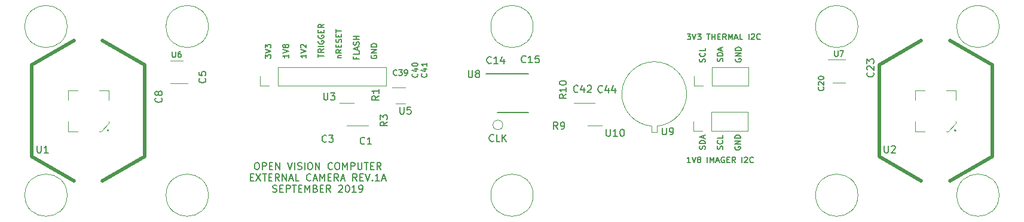
<source format=gbr>
G04 #@! TF.GenerationSoftware,KiCad,Pcbnew,5.99.0-unknown-3cd1208~100~ubuntu18.04.1*
G04 #@! TF.CreationDate,2019-09-26T13:34:42+08:00*
G04 #@! TF.ProjectId,external_camera,65787465-726e-4616-9c5f-63616d657261,rev?*
G04 #@! TF.SameCoordinates,Original*
G04 #@! TF.FileFunction,Legend,Top*
G04 #@! TF.FilePolarity,Positive*
%FSLAX46Y46*%
G04 Gerber Fmt 4.6, Leading zero omitted, Abs format (unit mm)*
G04 Created by KiCad (PCBNEW 5.99.0-unknown-3cd1208~100~ubuntu18.04.1) date 2019-09-26 13:34:42*
%MOMM*%
%LPD*%
G04 APERTURE LIST*
%ADD10C,0.150000*%
%ADD11C,0.120000*%
%ADD12C,0.200000*%
%ADD13C,0.500000*%
G04 APERTURE END LIST*
D10*
X129819047Y-79061904D02*
X130314285Y-79061904D01*
X130047619Y-79366666D01*
X130161904Y-79366666D01*
X130238095Y-79404761D01*
X130276190Y-79442857D01*
X130314285Y-79519047D01*
X130314285Y-79709523D01*
X130276190Y-79785714D01*
X130238095Y-79823809D01*
X130161904Y-79861904D01*
X129933333Y-79861904D01*
X129857142Y-79823809D01*
X129819047Y-79785714D01*
X130542857Y-79061904D02*
X130809523Y-79861904D01*
X131076190Y-79061904D01*
X131266666Y-79061904D02*
X131761904Y-79061904D01*
X131495238Y-79366666D01*
X131609523Y-79366666D01*
X131685714Y-79404761D01*
X131723809Y-79442857D01*
X131761904Y-79519047D01*
X131761904Y-79709523D01*
X131723809Y-79785714D01*
X131685714Y-79823809D01*
X131609523Y-79861904D01*
X131380952Y-79861904D01*
X131304761Y-79823809D01*
X131266666Y-79785714D01*
X132600000Y-79061904D02*
X133057142Y-79061904D01*
X132828571Y-79861904D02*
X132828571Y-79061904D01*
X133323809Y-79861904D02*
X133323809Y-79061904D01*
X133323809Y-79442857D02*
X133780952Y-79442857D01*
X133780952Y-79861904D02*
X133780952Y-79061904D01*
X134161904Y-79442857D02*
X134428571Y-79442857D01*
X134542857Y-79861904D02*
X134161904Y-79861904D01*
X134161904Y-79061904D01*
X134542857Y-79061904D01*
X135342857Y-79861904D02*
X135076190Y-79480952D01*
X134885714Y-79861904D02*
X134885714Y-79061904D01*
X135190476Y-79061904D01*
X135266666Y-79100000D01*
X135304761Y-79138095D01*
X135342857Y-79214285D01*
X135342857Y-79328571D01*
X135304761Y-79404761D01*
X135266666Y-79442857D01*
X135190476Y-79480952D01*
X134885714Y-79480952D01*
X135685714Y-79861904D02*
X135685714Y-79061904D01*
X135952380Y-79633333D01*
X136219047Y-79061904D01*
X136219047Y-79861904D01*
X136561904Y-79633333D02*
X136942857Y-79633333D01*
X136485714Y-79861904D02*
X136752380Y-79061904D01*
X137019047Y-79861904D01*
X137666666Y-79861904D02*
X137285714Y-79861904D01*
X137285714Y-79061904D01*
X138542857Y-79861904D02*
X138542857Y-79061904D01*
X138885714Y-79138095D02*
X138923809Y-79100000D01*
X139000000Y-79061904D01*
X139190476Y-79061904D01*
X139266666Y-79100000D01*
X139304761Y-79138095D01*
X139342857Y-79214285D01*
X139342857Y-79290476D01*
X139304761Y-79404761D01*
X138847619Y-79861904D01*
X139342857Y-79861904D01*
X140142857Y-79785714D02*
X140104761Y-79823809D01*
X139990476Y-79861904D01*
X139914285Y-79861904D01*
X139800000Y-79823809D01*
X139723809Y-79747619D01*
X139685714Y-79671428D01*
X139647619Y-79519047D01*
X139647619Y-79404761D01*
X139685714Y-79252380D01*
X139723809Y-79176190D01*
X139800000Y-79100000D01*
X139914285Y-79061904D01*
X139990476Y-79061904D01*
X140104761Y-79100000D01*
X140142857Y-79138095D01*
X130271428Y-97361904D02*
X129814285Y-97361904D01*
X130042857Y-97361904D02*
X130042857Y-96561904D01*
X129966666Y-96676190D01*
X129890476Y-96752380D01*
X129814285Y-96790476D01*
X130500000Y-96561904D02*
X130766666Y-97361904D01*
X131033333Y-96561904D01*
X131414285Y-96904761D02*
X131338095Y-96866666D01*
X131300000Y-96828571D01*
X131261904Y-96752380D01*
X131261904Y-96714285D01*
X131300000Y-96638095D01*
X131338095Y-96600000D01*
X131414285Y-96561904D01*
X131566666Y-96561904D01*
X131642857Y-96600000D01*
X131680952Y-96638095D01*
X131719047Y-96714285D01*
X131719047Y-96752380D01*
X131680952Y-96828571D01*
X131642857Y-96866666D01*
X131566666Y-96904761D01*
X131414285Y-96904761D01*
X131338095Y-96942857D01*
X131300000Y-96980952D01*
X131261904Y-97057142D01*
X131261904Y-97209523D01*
X131300000Y-97285714D01*
X131338095Y-97323809D01*
X131414285Y-97361904D01*
X131566666Y-97361904D01*
X131642857Y-97323809D01*
X131680952Y-97285714D01*
X131719047Y-97209523D01*
X131719047Y-97057142D01*
X131680952Y-96980952D01*
X131642857Y-96942857D01*
X131566666Y-96904761D01*
X132671428Y-97361904D02*
X132671428Y-96561904D01*
X133052380Y-97361904D02*
X133052380Y-96561904D01*
X133319047Y-97133333D01*
X133585714Y-96561904D01*
X133585714Y-97361904D01*
X133928571Y-97133333D02*
X134309523Y-97133333D01*
X133852380Y-97361904D02*
X134119047Y-96561904D01*
X134385714Y-97361904D01*
X135071428Y-96600000D02*
X134995238Y-96561904D01*
X134880952Y-96561904D01*
X134766666Y-96600000D01*
X134690476Y-96676190D01*
X134652380Y-96752380D01*
X134614285Y-96904761D01*
X134614285Y-97019047D01*
X134652380Y-97171428D01*
X134690476Y-97247619D01*
X134766666Y-97323809D01*
X134880952Y-97361904D01*
X134957142Y-97361904D01*
X135071428Y-97323809D01*
X135109523Y-97285714D01*
X135109523Y-97019047D01*
X134957142Y-97019047D01*
X135452380Y-96942857D02*
X135719047Y-96942857D01*
X135833333Y-97361904D02*
X135452380Y-97361904D01*
X135452380Y-96561904D01*
X135833333Y-96561904D01*
X136633333Y-97361904D02*
X136366666Y-96980952D01*
X136176190Y-97361904D02*
X136176190Y-96561904D01*
X136480952Y-96561904D01*
X136557142Y-96600000D01*
X136595238Y-96638095D01*
X136633333Y-96714285D01*
X136633333Y-96828571D01*
X136595238Y-96904761D01*
X136557142Y-96942857D01*
X136480952Y-96980952D01*
X136176190Y-96980952D01*
X137585714Y-97361904D02*
X137585714Y-96561904D01*
X137928571Y-96638095D02*
X137966666Y-96600000D01*
X138042857Y-96561904D01*
X138233333Y-96561904D01*
X138309523Y-96600000D01*
X138347619Y-96638095D01*
X138385714Y-96714285D01*
X138385714Y-96790476D01*
X138347619Y-96904761D01*
X137890476Y-97361904D01*
X138385714Y-97361904D01*
X139185714Y-97285714D02*
X139147619Y-97323809D01*
X139033333Y-97361904D01*
X138957142Y-97361904D01*
X138842857Y-97323809D01*
X138766666Y-97247619D01*
X138728571Y-97171428D01*
X138690476Y-97019047D01*
X138690476Y-96904761D01*
X138728571Y-96752380D01*
X138766666Y-96676190D01*
X138842857Y-96600000D01*
X138957142Y-96561904D01*
X139033333Y-96561904D01*
X139147619Y-96600000D01*
X139185714Y-96638095D01*
X102404761Y-94257142D02*
X102357142Y-94304761D01*
X102214285Y-94352380D01*
X102119047Y-94352380D01*
X101976190Y-94304761D01*
X101880952Y-94209523D01*
X101833333Y-94114285D01*
X101785714Y-93923809D01*
X101785714Y-93780952D01*
X101833333Y-93590476D01*
X101880952Y-93495238D01*
X101976190Y-93400000D01*
X102119047Y-93352380D01*
X102214285Y-93352380D01*
X102357142Y-93400000D01*
X102404761Y-93447619D01*
X103309523Y-94352380D02*
X102833333Y-94352380D01*
X102833333Y-93352380D01*
X103642857Y-94352380D02*
X103642857Y-93352380D01*
X104214285Y-94352380D02*
X103785714Y-93780952D01*
X104214285Y-93352380D02*
X103642857Y-93923809D01*
X68785714Y-97342380D02*
X68976190Y-97342380D01*
X69071428Y-97390000D01*
X69166666Y-97485238D01*
X69214285Y-97675714D01*
X69214285Y-98009047D01*
X69166666Y-98199523D01*
X69071428Y-98294761D01*
X68976190Y-98342380D01*
X68785714Y-98342380D01*
X68690476Y-98294761D01*
X68595238Y-98199523D01*
X68547619Y-98009047D01*
X68547619Y-97675714D01*
X68595238Y-97485238D01*
X68690476Y-97390000D01*
X68785714Y-97342380D01*
X69642857Y-98342380D02*
X69642857Y-97342380D01*
X70023809Y-97342380D01*
X70119047Y-97390000D01*
X70166666Y-97437619D01*
X70214285Y-97532857D01*
X70214285Y-97675714D01*
X70166666Y-97770952D01*
X70119047Y-97818571D01*
X70023809Y-97866190D01*
X69642857Y-97866190D01*
X70642857Y-97818571D02*
X70976190Y-97818571D01*
X71119047Y-98342380D02*
X70642857Y-98342380D01*
X70642857Y-97342380D01*
X71119047Y-97342380D01*
X71547619Y-98342380D02*
X71547619Y-97342380D01*
X72119047Y-98342380D01*
X72119047Y-97342380D01*
X73214285Y-97342380D02*
X73547619Y-98342380D01*
X73880952Y-97342380D01*
X74214285Y-98342380D02*
X74214285Y-97342380D01*
X74642857Y-98294761D02*
X74785714Y-98342380D01*
X75023809Y-98342380D01*
X75119047Y-98294761D01*
X75166666Y-98247142D01*
X75214285Y-98151904D01*
X75214285Y-98056666D01*
X75166666Y-97961428D01*
X75119047Y-97913809D01*
X75023809Y-97866190D01*
X74833333Y-97818571D01*
X74738095Y-97770952D01*
X74690476Y-97723333D01*
X74642857Y-97628095D01*
X74642857Y-97532857D01*
X74690476Y-97437619D01*
X74738095Y-97390000D01*
X74833333Y-97342380D01*
X75071428Y-97342380D01*
X75214285Y-97390000D01*
X75642857Y-98342380D02*
X75642857Y-97342380D01*
X76309523Y-97342380D02*
X76500000Y-97342380D01*
X76595238Y-97390000D01*
X76690476Y-97485238D01*
X76738095Y-97675714D01*
X76738095Y-98009047D01*
X76690476Y-98199523D01*
X76595238Y-98294761D01*
X76500000Y-98342380D01*
X76309523Y-98342380D01*
X76214285Y-98294761D01*
X76119047Y-98199523D01*
X76071428Y-98009047D01*
X76071428Y-97675714D01*
X76119047Y-97485238D01*
X76214285Y-97390000D01*
X76309523Y-97342380D01*
X77166666Y-98342380D02*
X77166666Y-97342380D01*
X77738095Y-98342380D01*
X77738095Y-97342380D01*
X79547619Y-98247142D02*
X79500000Y-98294761D01*
X79357142Y-98342380D01*
X79261904Y-98342380D01*
X79119047Y-98294761D01*
X79023809Y-98199523D01*
X78976190Y-98104285D01*
X78928571Y-97913809D01*
X78928571Y-97770952D01*
X78976190Y-97580476D01*
X79023809Y-97485238D01*
X79119047Y-97390000D01*
X79261904Y-97342380D01*
X79357142Y-97342380D01*
X79500000Y-97390000D01*
X79547619Y-97437619D01*
X80166666Y-97342380D02*
X80357142Y-97342380D01*
X80452380Y-97390000D01*
X80547619Y-97485238D01*
X80595238Y-97675714D01*
X80595238Y-98009047D01*
X80547619Y-98199523D01*
X80452380Y-98294761D01*
X80357142Y-98342380D01*
X80166666Y-98342380D01*
X80071428Y-98294761D01*
X79976190Y-98199523D01*
X79928571Y-98009047D01*
X79928571Y-97675714D01*
X79976190Y-97485238D01*
X80071428Y-97390000D01*
X80166666Y-97342380D01*
X81023809Y-98342380D02*
X81023809Y-97342380D01*
X81357142Y-98056666D01*
X81690476Y-97342380D01*
X81690476Y-98342380D01*
X82166666Y-98342380D02*
X82166666Y-97342380D01*
X82547619Y-97342380D01*
X82642857Y-97390000D01*
X82690476Y-97437619D01*
X82738095Y-97532857D01*
X82738095Y-97675714D01*
X82690476Y-97770952D01*
X82642857Y-97818571D01*
X82547619Y-97866190D01*
X82166666Y-97866190D01*
X83166666Y-97342380D02*
X83166666Y-98151904D01*
X83214285Y-98247142D01*
X83261904Y-98294761D01*
X83357142Y-98342380D01*
X83547619Y-98342380D01*
X83642857Y-98294761D01*
X83690476Y-98247142D01*
X83738095Y-98151904D01*
X83738095Y-97342380D01*
X84071428Y-97342380D02*
X84642857Y-97342380D01*
X84357142Y-98342380D02*
X84357142Y-97342380D01*
X84976190Y-97818571D02*
X85309523Y-97818571D01*
X85452380Y-98342380D02*
X84976190Y-98342380D01*
X84976190Y-97342380D01*
X85452380Y-97342380D01*
X86452380Y-98342380D02*
X86119047Y-97866190D01*
X85880952Y-98342380D02*
X85880952Y-97342380D01*
X86261904Y-97342380D01*
X86357142Y-97390000D01*
X86404761Y-97437619D01*
X86452380Y-97532857D01*
X86452380Y-97675714D01*
X86404761Y-97770952D01*
X86357142Y-97818571D01*
X86261904Y-97866190D01*
X85880952Y-97866190D01*
X67952380Y-99428571D02*
X68285714Y-99428571D01*
X68428571Y-99952380D02*
X67952380Y-99952380D01*
X67952380Y-98952380D01*
X68428571Y-98952380D01*
X68761904Y-98952380D02*
X69428571Y-99952380D01*
X69428571Y-98952380D02*
X68761904Y-99952380D01*
X69666666Y-98952380D02*
X70238095Y-98952380D01*
X69952380Y-99952380D02*
X69952380Y-98952380D01*
X70571428Y-99428571D02*
X70904761Y-99428571D01*
X71047619Y-99952380D02*
X70571428Y-99952380D01*
X70571428Y-98952380D01*
X71047619Y-98952380D01*
X72047619Y-99952380D02*
X71714285Y-99476190D01*
X71476190Y-99952380D02*
X71476190Y-98952380D01*
X71857142Y-98952380D01*
X71952380Y-99000000D01*
X72000000Y-99047619D01*
X72047619Y-99142857D01*
X72047619Y-99285714D01*
X72000000Y-99380952D01*
X71952380Y-99428571D01*
X71857142Y-99476190D01*
X71476190Y-99476190D01*
X72476190Y-99952380D02*
X72476190Y-98952380D01*
X73047619Y-99952380D01*
X73047619Y-98952380D01*
X73476190Y-99666666D02*
X73952380Y-99666666D01*
X73380952Y-99952380D02*
X73714285Y-98952380D01*
X74047619Y-99952380D01*
X74857142Y-99952380D02*
X74380952Y-99952380D01*
X74380952Y-98952380D01*
X76523809Y-99857142D02*
X76476190Y-99904761D01*
X76333333Y-99952380D01*
X76238095Y-99952380D01*
X76095238Y-99904761D01*
X76000000Y-99809523D01*
X75952380Y-99714285D01*
X75904761Y-99523809D01*
X75904761Y-99380952D01*
X75952380Y-99190476D01*
X76000000Y-99095238D01*
X76095238Y-99000000D01*
X76238095Y-98952380D01*
X76333333Y-98952380D01*
X76476190Y-99000000D01*
X76523809Y-99047619D01*
X76904761Y-99666666D02*
X77380952Y-99666666D01*
X76809523Y-99952380D02*
X77142857Y-98952380D01*
X77476190Y-99952380D01*
X77809523Y-99952380D02*
X77809523Y-98952380D01*
X78142857Y-99666666D01*
X78476190Y-98952380D01*
X78476190Y-99952380D01*
X78952380Y-99428571D02*
X79285714Y-99428571D01*
X79428571Y-99952380D02*
X78952380Y-99952380D01*
X78952380Y-98952380D01*
X79428571Y-98952380D01*
X80428571Y-99952380D02*
X80095238Y-99476190D01*
X79857142Y-99952380D02*
X79857142Y-98952380D01*
X80238095Y-98952380D01*
X80333333Y-99000000D01*
X80380952Y-99047619D01*
X80428571Y-99142857D01*
X80428571Y-99285714D01*
X80380952Y-99380952D01*
X80333333Y-99428571D01*
X80238095Y-99476190D01*
X79857142Y-99476190D01*
X80809523Y-99666666D02*
X81285714Y-99666666D01*
X80714285Y-99952380D02*
X81047619Y-98952380D01*
X81380952Y-99952380D01*
X83047619Y-99952380D02*
X82714285Y-99476190D01*
X82476190Y-99952380D02*
X82476190Y-98952380D01*
X82857142Y-98952380D01*
X82952380Y-99000000D01*
X83000000Y-99047619D01*
X83047619Y-99142857D01*
X83047619Y-99285714D01*
X83000000Y-99380952D01*
X82952380Y-99428571D01*
X82857142Y-99476190D01*
X82476190Y-99476190D01*
X83476190Y-99428571D02*
X83809523Y-99428571D01*
X83952380Y-99952380D02*
X83476190Y-99952380D01*
X83476190Y-98952380D01*
X83952380Y-98952380D01*
X84238095Y-98952380D02*
X84571428Y-99952380D01*
X84904761Y-98952380D01*
X85238095Y-99857142D02*
X85285714Y-99904761D01*
X85238095Y-99952380D01*
X85190476Y-99904761D01*
X85238095Y-99857142D01*
X85238095Y-99952380D01*
X86238095Y-99952380D02*
X85666666Y-99952380D01*
X85952380Y-99952380D02*
X85952380Y-98952380D01*
X85857142Y-99095238D01*
X85761904Y-99190476D01*
X85666666Y-99238095D01*
X86619047Y-99666666D02*
X87095238Y-99666666D01*
X86523809Y-99952380D02*
X86857142Y-98952380D01*
X87190476Y-99952380D01*
X71119047Y-101514761D02*
X71261904Y-101562380D01*
X71500000Y-101562380D01*
X71595238Y-101514761D01*
X71642857Y-101467142D01*
X71690476Y-101371904D01*
X71690476Y-101276666D01*
X71642857Y-101181428D01*
X71595238Y-101133809D01*
X71500000Y-101086190D01*
X71309523Y-101038571D01*
X71214285Y-100990952D01*
X71166666Y-100943333D01*
X71119047Y-100848095D01*
X71119047Y-100752857D01*
X71166666Y-100657619D01*
X71214285Y-100610000D01*
X71309523Y-100562380D01*
X71547619Y-100562380D01*
X71690476Y-100610000D01*
X72119047Y-101038571D02*
X72452380Y-101038571D01*
X72595238Y-101562380D02*
X72119047Y-101562380D01*
X72119047Y-100562380D01*
X72595238Y-100562380D01*
X73023809Y-101562380D02*
X73023809Y-100562380D01*
X73404761Y-100562380D01*
X73500000Y-100610000D01*
X73547619Y-100657619D01*
X73595238Y-100752857D01*
X73595238Y-100895714D01*
X73547619Y-100990952D01*
X73500000Y-101038571D01*
X73404761Y-101086190D01*
X73023809Y-101086190D01*
X73880952Y-100562380D02*
X74452380Y-100562380D01*
X74166666Y-101562380D02*
X74166666Y-100562380D01*
X74785714Y-101038571D02*
X75119047Y-101038571D01*
X75261904Y-101562380D02*
X74785714Y-101562380D01*
X74785714Y-100562380D01*
X75261904Y-100562380D01*
X75690476Y-101562380D02*
X75690476Y-100562380D01*
X76023809Y-101276666D01*
X76357142Y-100562380D01*
X76357142Y-101562380D01*
X77166666Y-101038571D02*
X77309523Y-101086190D01*
X77357142Y-101133809D01*
X77404761Y-101229047D01*
X77404761Y-101371904D01*
X77357142Y-101467142D01*
X77309523Y-101514761D01*
X77214285Y-101562380D01*
X76833333Y-101562380D01*
X76833333Y-100562380D01*
X77166666Y-100562380D01*
X77261904Y-100610000D01*
X77309523Y-100657619D01*
X77357142Y-100752857D01*
X77357142Y-100848095D01*
X77309523Y-100943333D01*
X77261904Y-100990952D01*
X77166666Y-101038571D01*
X76833333Y-101038571D01*
X77833333Y-101038571D02*
X78166666Y-101038571D01*
X78309523Y-101562380D02*
X77833333Y-101562380D01*
X77833333Y-100562380D01*
X78309523Y-100562380D01*
X79309523Y-101562380D02*
X78976190Y-101086190D01*
X78738095Y-101562380D02*
X78738095Y-100562380D01*
X79119047Y-100562380D01*
X79214285Y-100610000D01*
X79261904Y-100657619D01*
X79309523Y-100752857D01*
X79309523Y-100895714D01*
X79261904Y-100990952D01*
X79214285Y-101038571D01*
X79119047Y-101086190D01*
X78738095Y-101086190D01*
X80452380Y-100657619D02*
X80500000Y-100610000D01*
X80595238Y-100562380D01*
X80833333Y-100562380D01*
X80928571Y-100610000D01*
X80976190Y-100657619D01*
X81023809Y-100752857D01*
X81023809Y-100848095D01*
X80976190Y-100990952D01*
X80404761Y-101562380D01*
X81023809Y-101562380D01*
X81642857Y-100562380D02*
X81738095Y-100562380D01*
X81833333Y-100610000D01*
X81880952Y-100657619D01*
X81928571Y-100752857D01*
X81976190Y-100943333D01*
X81976190Y-101181428D01*
X81928571Y-101371904D01*
X81880952Y-101467142D01*
X81833333Y-101514761D01*
X81738095Y-101562380D01*
X81642857Y-101562380D01*
X81547619Y-101514761D01*
X81500000Y-101467142D01*
X81452380Y-101371904D01*
X81404761Y-101181428D01*
X81404761Y-100943333D01*
X81452380Y-100752857D01*
X81500000Y-100657619D01*
X81547619Y-100610000D01*
X81642857Y-100562380D01*
X82928571Y-101562380D02*
X82357142Y-101562380D01*
X82642857Y-101562380D02*
X82642857Y-100562380D01*
X82547619Y-100705238D01*
X82452380Y-100800476D01*
X82357142Y-100848095D01*
X83404761Y-101562380D02*
X83595238Y-101562380D01*
X83690476Y-101514761D01*
X83738095Y-101467142D01*
X83833333Y-101324285D01*
X83880952Y-101133809D01*
X83880952Y-100752857D01*
X83833333Y-100657619D01*
X83785714Y-100610000D01*
X83690476Y-100562380D01*
X83500000Y-100562380D01*
X83404761Y-100610000D01*
X83357142Y-100657619D01*
X83309523Y-100752857D01*
X83309523Y-100990952D01*
X83357142Y-101086190D01*
X83404761Y-101133809D01*
X83500000Y-101181428D01*
X83690476Y-101181428D01*
X83785714Y-101133809D01*
X83833333Y-101086190D01*
X83880952Y-100990952D01*
X134823809Y-82971428D02*
X134861904Y-82857142D01*
X134861904Y-82666666D01*
X134823809Y-82590476D01*
X134785714Y-82552380D01*
X134709523Y-82514285D01*
X134633333Y-82514285D01*
X134557142Y-82552380D01*
X134519047Y-82590476D01*
X134480952Y-82666666D01*
X134442857Y-82819047D01*
X134404761Y-82895238D01*
X134366666Y-82933333D01*
X134290476Y-82971428D01*
X134214285Y-82971428D01*
X134138095Y-82933333D01*
X134100000Y-82895238D01*
X134061904Y-82819047D01*
X134061904Y-82628571D01*
X134100000Y-82514285D01*
X134861904Y-82171428D02*
X134061904Y-82171428D01*
X134061904Y-81980952D01*
X134100000Y-81866666D01*
X134176190Y-81790476D01*
X134252380Y-81752380D01*
X134404761Y-81714285D01*
X134519047Y-81714285D01*
X134671428Y-81752380D01*
X134747619Y-81790476D01*
X134823809Y-81866666D01*
X134861904Y-81980952D01*
X134861904Y-82171428D01*
X134633333Y-81409523D02*
X134633333Y-81028571D01*
X134861904Y-81485714D02*
X134061904Y-81219047D01*
X134861904Y-80952380D01*
X132323809Y-83052380D02*
X132361904Y-82938095D01*
X132361904Y-82747619D01*
X132323809Y-82671428D01*
X132285714Y-82633333D01*
X132209523Y-82595238D01*
X132133333Y-82595238D01*
X132057142Y-82633333D01*
X132019047Y-82671428D01*
X131980952Y-82747619D01*
X131942857Y-82900000D01*
X131904761Y-82976190D01*
X131866666Y-83014285D01*
X131790476Y-83052380D01*
X131714285Y-83052380D01*
X131638095Y-83014285D01*
X131600000Y-82976190D01*
X131561904Y-82900000D01*
X131561904Y-82709523D01*
X131600000Y-82595238D01*
X132285714Y-81795238D02*
X132323809Y-81833333D01*
X132361904Y-81947619D01*
X132361904Y-82023809D01*
X132323809Y-82138095D01*
X132247619Y-82214285D01*
X132171428Y-82252380D01*
X132019047Y-82290476D01*
X131904761Y-82290476D01*
X131752380Y-82252380D01*
X131676190Y-82214285D01*
X131600000Y-82138095D01*
X131561904Y-82023809D01*
X131561904Y-81947619D01*
X131600000Y-81833333D01*
X131638095Y-81795238D01*
X132361904Y-81071428D02*
X132361904Y-81452380D01*
X131561904Y-81452380D01*
X136700000Y-82609523D02*
X136661904Y-82685714D01*
X136661904Y-82800000D01*
X136700000Y-82914285D01*
X136776190Y-82990476D01*
X136852380Y-83028571D01*
X137004761Y-83066666D01*
X137119047Y-83066666D01*
X137271428Y-83028571D01*
X137347619Y-82990476D01*
X137423809Y-82914285D01*
X137461904Y-82800000D01*
X137461904Y-82723809D01*
X137423809Y-82609523D01*
X137385714Y-82571428D01*
X137119047Y-82571428D01*
X137119047Y-82723809D01*
X137461904Y-82228571D02*
X136661904Y-82228571D01*
X137461904Y-81771428D01*
X136661904Y-81771428D01*
X137461904Y-81390476D02*
X136661904Y-81390476D01*
X136661904Y-81200000D01*
X136700000Y-81085714D01*
X136776190Y-81009523D01*
X136852380Y-80971428D01*
X137004761Y-80933333D01*
X137119047Y-80933333D01*
X137271428Y-80971428D01*
X137347619Y-81009523D01*
X137423809Y-81085714D01*
X137461904Y-81200000D01*
X137461904Y-81390476D01*
X136600000Y-95109523D02*
X136561904Y-95185714D01*
X136561904Y-95300000D01*
X136600000Y-95414285D01*
X136676190Y-95490476D01*
X136752380Y-95528571D01*
X136904761Y-95566666D01*
X137019047Y-95566666D01*
X137171428Y-95528571D01*
X137247619Y-95490476D01*
X137323809Y-95414285D01*
X137361904Y-95300000D01*
X137361904Y-95223809D01*
X137323809Y-95109523D01*
X137285714Y-95071428D01*
X137019047Y-95071428D01*
X137019047Y-95223809D01*
X137361904Y-94728571D02*
X136561904Y-94728571D01*
X137361904Y-94271428D01*
X136561904Y-94271428D01*
X137361904Y-93890476D02*
X136561904Y-93890476D01*
X136561904Y-93700000D01*
X136600000Y-93585714D01*
X136676190Y-93509523D01*
X136752380Y-93471428D01*
X136904761Y-93433333D01*
X137019047Y-93433333D01*
X137171428Y-93471428D01*
X137247619Y-93509523D01*
X137323809Y-93585714D01*
X137361904Y-93700000D01*
X137361904Y-93890476D01*
X134823809Y-95452380D02*
X134861904Y-95338095D01*
X134861904Y-95147619D01*
X134823809Y-95071428D01*
X134785714Y-95033333D01*
X134709523Y-94995238D01*
X134633333Y-94995238D01*
X134557142Y-95033333D01*
X134519047Y-95071428D01*
X134480952Y-95147619D01*
X134442857Y-95300000D01*
X134404761Y-95376190D01*
X134366666Y-95414285D01*
X134290476Y-95452380D01*
X134214285Y-95452380D01*
X134138095Y-95414285D01*
X134100000Y-95376190D01*
X134061904Y-95300000D01*
X134061904Y-95109523D01*
X134100000Y-94995238D01*
X134785714Y-94195238D02*
X134823809Y-94233333D01*
X134861904Y-94347619D01*
X134861904Y-94423809D01*
X134823809Y-94538095D01*
X134747619Y-94614285D01*
X134671428Y-94652380D01*
X134519047Y-94690476D01*
X134404761Y-94690476D01*
X134252380Y-94652380D01*
X134176190Y-94614285D01*
X134100000Y-94538095D01*
X134061904Y-94423809D01*
X134061904Y-94347619D01*
X134100000Y-94233333D01*
X134138095Y-94195238D01*
X134861904Y-93471428D02*
X134861904Y-93852380D01*
X134061904Y-93852380D01*
X132323809Y-95471428D02*
X132361904Y-95357142D01*
X132361904Y-95166666D01*
X132323809Y-95090476D01*
X132285714Y-95052380D01*
X132209523Y-95014285D01*
X132133333Y-95014285D01*
X132057142Y-95052380D01*
X132019047Y-95090476D01*
X131980952Y-95166666D01*
X131942857Y-95319047D01*
X131904761Y-95395238D01*
X131866666Y-95433333D01*
X131790476Y-95471428D01*
X131714285Y-95471428D01*
X131638095Y-95433333D01*
X131600000Y-95395238D01*
X131561904Y-95319047D01*
X131561904Y-95128571D01*
X131600000Y-95014285D01*
X132361904Y-94671428D02*
X131561904Y-94671428D01*
X131561904Y-94480952D01*
X131600000Y-94366666D01*
X131676190Y-94290476D01*
X131752380Y-94252380D01*
X131904761Y-94214285D01*
X132019047Y-94214285D01*
X132171428Y-94252380D01*
X132247619Y-94290476D01*
X132323809Y-94366666D01*
X132361904Y-94480952D01*
X132361904Y-94671428D01*
X132133333Y-93909523D02*
X132133333Y-93528571D01*
X132361904Y-93985714D02*
X131561904Y-93719047D01*
X132361904Y-93452380D01*
X85100000Y-82109523D02*
X85061904Y-82185714D01*
X85061904Y-82300000D01*
X85100000Y-82414285D01*
X85176190Y-82490476D01*
X85252380Y-82528571D01*
X85404761Y-82566666D01*
X85519047Y-82566666D01*
X85671428Y-82528571D01*
X85747619Y-82490476D01*
X85823809Y-82414285D01*
X85861904Y-82300000D01*
X85861904Y-82223809D01*
X85823809Y-82109523D01*
X85785714Y-82071428D01*
X85519047Y-82071428D01*
X85519047Y-82223809D01*
X85861904Y-81728571D02*
X85061904Y-81728571D01*
X85861904Y-81271428D01*
X85061904Y-81271428D01*
X85861904Y-80890476D02*
X85061904Y-80890476D01*
X85061904Y-80700000D01*
X85100000Y-80585714D01*
X85176190Y-80509523D01*
X85252380Y-80471428D01*
X85404761Y-80433333D01*
X85519047Y-80433333D01*
X85671428Y-80471428D01*
X85747619Y-80509523D01*
X85823809Y-80585714D01*
X85861904Y-80700000D01*
X85861904Y-80890476D01*
X82942857Y-82352380D02*
X82942857Y-82619047D01*
X83361904Y-82619047D02*
X82561904Y-82619047D01*
X82561904Y-82238095D01*
X83361904Y-81552380D02*
X83361904Y-81933333D01*
X82561904Y-81933333D01*
X83133333Y-81323809D02*
X83133333Y-80942857D01*
X83361904Y-81400000D02*
X82561904Y-81133333D01*
X83361904Y-80866666D01*
X83323809Y-80638095D02*
X83361904Y-80523809D01*
X83361904Y-80333333D01*
X83323809Y-80257142D01*
X83285714Y-80219047D01*
X83209523Y-80180952D01*
X83133333Y-80180952D01*
X83057142Y-80219047D01*
X83019047Y-80257142D01*
X82980952Y-80333333D01*
X82942857Y-80485714D01*
X82904761Y-80561904D01*
X82866666Y-80600000D01*
X82790476Y-80638095D01*
X82714285Y-80638095D01*
X82638095Y-80600000D01*
X82600000Y-80561904D01*
X82561904Y-80485714D01*
X82561904Y-80295238D01*
X82600000Y-80180952D01*
X83361904Y-79838095D02*
X82561904Y-79838095D01*
X82942857Y-79838095D02*
X82942857Y-79380952D01*
X83361904Y-79380952D02*
X82561904Y-79380952D01*
X80328571Y-82480952D02*
X80861904Y-82480952D01*
X80404761Y-82480952D02*
X80366666Y-82442857D01*
X80328571Y-82366666D01*
X80328571Y-82252380D01*
X80366666Y-82176190D01*
X80442857Y-82138095D01*
X80861904Y-82138095D01*
X80861904Y-81300000D02*
X80480952Y-81566666D01*
X80861904Y-81757142D02*
X80061904Y-81757142D01*
X80061904Y-81452380D01*
X80100000Y-81376190D01*
X80138095Y-81338095D01*
X80214285Y-81300000D01*
X80328571Y-81300000D01*
X80404761Y-81338095D01*
X80442857Y-81376190D01*
X80480952Y-81452380D01*
X80480952Y-81757142D01*
X80442857Y-80957142D02*
X80442857Y-80690476D01*
X80861904Y-80576190D02*
X80861904Y-80957142D01*
X80061904Y-80957142D01*
X80061904Y-80576190D01*
X80823809Y-80271428D02*
X80861904Y-80157142D01*
X80861904Y-79966666D01*
X80823809Y-79890476D01*
X80785714Y-79852380D01*
X80709523Y-79814285D01*
X80633333Y-79814285D01*
X80557142Y-79852380D01*
X80519047Y-79890476D01*
X80480952Y-79966666D01*
X80442857Y-80119047D01*
X80404761Y-80195238D01*
X80366666Y-80233333D01*
X80290476Y-80271428D01*
X80214285Y-80271428D01*
X80138095Y-80233333D01*
X80100000Y-80195238D01*
X80061904Y-80119047D01*
X80061904Y-79928571D01*
X80100000Y-79814285D01*
X80442857Y-79471428D02*
X80442857Y-79204761D01*
X80861904Y-79090476D02*
X80861904Y-79471428D01*
X80061904Y-79471428D01*
X80061904Y-79090476D01*
X80061904Y-78861904D02*
X80061904Y-78404761D01*
X80861904Y-78633333D02*
X80061904Y-78633333D01*
X77561904Y-82380952D02*
X77561904Y-81923809D01*
X78361904Y-82152380D02*
X77561904Y-82152380D01*
X78361904Y-81200000D02*
X77980952Y-81466666D01*
X78361904Y-81657142D02*
X77561904Y-81657142D01*
X77561904Y-81352380D01*
X77600000Y-81276190D01*
X77638095Y-81238095D01*
X77714285Y-81200000D01*
X77828571Y-81200000D01*
X77904761Y-81238095D01*
X77942857Y-81276190D01*
X77980952Y-81352380D01*
X77980952Y-81657142D01*
X78361904Y-80857142D02*
X77561904Y-80857142D01*
X77600000Y-80057142D02*
X77561904Y-80133333D01*
X77561904Y-80247619D01*
X77600000Y-80361904D01*
X77676190Y-80438095D01*
X77752380Y-80476190D01*
X77904761Y-80514285D01*
X78019047Y-80514285D01*
X78171428Y-80476190D01*
X78247619Y-80438095D01*
X78323809Y-80361904D01*
X78361904Y-80247619D01*
X78361904Y-80171428D01*
X78323809Y-80057142D01*
X78285714Y-80019047D01*
X78019047Y-80019047D01*
X78019047Y-80171428D01*
X77600000Y-79257142D02*
X77561904Y-79333333D01*
X77561904Y-79447619D01*
X77600000Y-79561904D01*
X77676190Y-79638095D01*
X77752380Y-79676190D01*
X77904761Y-79714285D01*
X78019047Y-79714285D01*
X78171428Y-79676190D01*
X78247619Y-79638095D01*
X78323809Y-79561904D01*
X78361904Y-79447619D01*
X78361904Y-79371428D01*
X78323809Y-79257142D01*
X78285714Y-79219047D01*
X78019047Y-79219047D01*
X78019047Y-79371428D01*
X77942857Y-78876190D02*
X77942857Y-78609523D01*
X78361904Y-78495238D02*
X78361904Y-78876190D01*
X77561904Y-78876190D01*
X77561904Y-78495238D01*
X78361904Y-77695238D02*
X77980952Y-77961904D01*
X78361904Y-78152380D02*
X77561904Y-78152380D01*
X77561904Y-77847619D01*
X77600000Y-77771428D01*
X77638095Y-77733333D01*
X77714285Y-77695238D01*
X77828571Y-77695238D01*
X77904761Y-77733333D01*
X77942857Y-77771428D01*
X77980952Y-77847619D01*
X77980952Y-78152380D01*
X75861904Y-81995238D02*
X75861904Y-82452380D01*
X75861904Y-82223809D02*
X75061904Y-82223809D01*
X75176190Y-82300000D01*
X75252380Y-82376190D01*
X75290476Y-82452380D01*
X75061904Y-81766666D02*
X75861904Y-81500000D01*
X75061904Y-81233333D01*
X75138095Y-81004761D02*
X75100000Y-80966666D01*
X75061904Y-80890476D01*
X75061904Y-80700000D01*
X75100000Y-80623809D01*
X75138095Y-80585714D01*
X75214285Y-80547619D01*
X75290476Y-80547619D01*
X75404761Y-80585714D01*
X75861904Y-81042857D01*
X75861904Y-80547619D01*
X73361904Y-81995238D02*
X73361904Y-82452380D01*
X73361904Y-82223809D02*
X72561904Y-82223809D01*
X72676190Y-82300000D01*
X72752380Y-82376190D01*
X72790476Y-82452380D01*
X72561904Y-81766666D02*
X73361904Y-81500000D01*
X72561904Y-81233333D01*
X72904761Y-80852380D02*
X72866666Y-80928571D01*
X72828571Y-80966666D01*
X72752380Y-81004761D01*
X72714285Y-81004761D01*
X72638095Y-80966666D01*
X72600000Y-80928571D01*
X72561904Y-80852380D01*
X72561904Y-80700000D01*
X72600000Y-80623809D01*
X72638095Y-80585714D01*
X72714285Y-80547619D01*
X72752380Y-80547619D01*
X72828571Y-80585714D01*
X72866666Y-80623809D01*
X72904761Y-80700000D01*
X72904761Y-80852380D01*
X72942857Y-80928571D01*
X72980952Y-80966666D01*
X73057142Y-81004761D01*
X73209523Y-81004761D01*
X73285714Y-80966666D01*
X73323809Y-80928571D01*
X73361904Y-80852380D01*
X73361904Y-80700000D01*
X73323809Y-80623809D01*
X73285714Y-80585714D01*
X73209523Y-80547619D01*
X73057142Y-80547619D01*
X72980952Y-80585714D01*
X72942857Y-80623809D01*
X72904761Y-80700000D01*
X70061904Y-82490476D02*
X70061904Y-81995238D01*
X70366666Y-82261904D01*
X70366666Y-82147619D01*
X70404761Y-82071428D01*
X70442857Y-82033333D01*
X70519047Y-81995238D01*
X70709523Y-81995238D01*
X70785714Y-82033333D01*
X70823809Y-82071428D01*
X70861904Y-82147619D01*
X70861904Y-82376190D01*
X70823809Y-82452380D01*
X70785714Y-82490476D01*
X70061904Y-81766666D02*
X70861904Y-81500000D01*
X70061904Y-81233333D01*
X70061904Y-81042857D02*
X70061904Y-80547619D01*
X70366666Y-80814285D01*
X70366666Y-80700000D01*
X70404761Y-80623809D01*
X70442857Y-80585714D01*
X70519047Y-80547619D01*
X70709523Y-80547619D01*
X70785714Y-80585714D01*
X70823809Y-80623809D01*
X70861904Y-80700000D01*
X70861904Y-80928571D01*
X70823809Y-81004761D01*
X70785714Y-81042857D01*
D11*
X108000000Y-78000000D02*
G75*
G03X108000000Y-78000000I-3000000J0D01*
G01*
X108000000Y-102000000D02*
G75*
G03X108000000Y-102000000I-3000000J0D01*
G01*
X154000000Y-78000000D02*
G75*
G03X154000000Y-78000000I-3000000J0D01*
G01*
X154000000Y-102000000D02*
G75*
G03X154000000Y-102000000I-3000000J0D01*
G01*
X62000000Y-78000000D02*
G75*
G03X62000000Y-78000000I-3000000J0D01*
G01*
X62000000Y-102000000D02*
G75*
G03X62000000Y-102000000I-3000000J0D01*
G01*
X42000000Y-78000000D02*
G75*
G03X42000000Y-78000000I-3000000J0D01*
G01*
X42000000Y-102000000D02*
G75*
G03X42000000Y-102000000I-3000000J0D01*
G01*
X174000000Y-102000000D02*
G75*
G03X174000000Y-102000000I-3000000J0D01*
G01*
X174000000Y-78000000D02*
G75*
G03X174000000Y-78000000I-3000000J0D01*
G01*
X138490000Y-86420000D02*
X138490000Y-83760000D01*
X133350000Y-86420000D02*
X138490000Y-86420000D01*
X133350000Y-83760000D02*
X138490000Y-83760000D01*
X133350000Y-86420000D02*
X133350000Y-83760000D01*
X132080000Y-86420000D02*
X130750000Y-86420000D01*
X130750000Y-86420000D02*
X130750000Y-85090000D01*
X117740000Y-92100000D02*
X115740000Y-92100000D01*
X116740000Y-88860000D02*
X113740000Y-88860000D01*
X124749183Y-92169928D02*
G75*
G02X125550000Y-92170000I400817J4569928D01*
G01*
X124750000Y-93000000D02*
X125550000Y-93000000D01*
X125550000Y-93000000D02*
X125550000Y-92170000D01*
X124750000Y-93000000D02*
X124749183Y-92169928D01*
X103700000Y-92000000D02*
G75*
G03X103700000Y-92000000I-700000J0D01*
G01*
X87182000Y-86420000D02*
X87182000Y-83760000D01*
X71882000Y-86420000D02*
X87182000Y-86420000D01*
X71882000Y-83760000D02*
X87182000Y-83760000D01*
X71882000Y-86420000D02*
X71882000Y-83760000D01*
X70612000Y-86420000D02*
X69282000Y-86420000D01*
X69282000Y-86420000D02*
X69282000Y-85090000D01*
D10*
X102900000Y-90225000D02*
X107300000Y-90225000D01*
X101325000Y-84700000D02*
X107300000Y-84700000D01*
D11*
X150400000Y-85960000D02*
X152200000Y-85960000D01*
X152200000Y-82740000D02*
X149750000Y-82740000D01*
X58400000Y-82890000D02*
X56600000Y-82890000D01*
X56600000Y-86110000D02*
X59050000Y-86110000D01*
X89900000Y-86640000D02*
X88000000Y-86640000D01*
X88500000Y-88960000D02*
X89900000Y-88960000D01*
X80600000Y-88880000D02*
X82600000Y-88880000D01*
X81600000Y-92120000D02*
X84600000Y-92120000D01*
X138410000Y-92830000D02*
X138410000Y-90170000D01*
X133270000Y-92830000D02*
X138410000Y-92830000D01*
X133270000Y-90170000D02*
X138410000Y-90170000D01*
X133270000Y-92830000D02*
X133270000Y-90170000D01*
X132000000Y-92830000D02*
X130670000Y-92830000D01*
X130670000Y-92830000D02*
X130670000Y-91500000D01*
X163493750Y-92902500D02*
X162107500Y-92902500D01*
X162107500Y-92902500D02*
X162107500Y-91511250D01*
X163493750Y-92902500D02*
X162107500Y-92902500D01*
X162107500Y-92902500D02*
X162107500Y-91511250D01*
X163493750Y-87097500D02*
X162107500Y-87097500D01*
X162107500Y-87097500D02*
X162107500Y-88488750D01*
X163493750Y-92902500D02*
X162107500Y-92902500D01*
X162107500Y-92902500D02*
X162107500Y-91511250D01*
X166506250Y-87097500D02*
X167892500Y-87097500D01*
X167892500Y-87097500D02*
X167892500Y-88488750D01*
X166506250Y-92902500D02*
X166772500Y-92902500D01*
X166772500Y-92902500D02*
X167892500Y-91782500D01*
X167892500Y-91782500D02*
X167892500Y-91511250D01*
D12*
X167872500Y-92782500D02*
G75*
G03X167872500Y-92782500I-100000J0D01*
G01*
D11*
X43493750Y-92902500D02*
X42107500Y-92902500D01*
X42107500Y-92902500D02*
X42107500Y-91511250D01*
X43493750Y-92902500D02*
X42107500Y-92902500D01*
X42107500Y-92902500D02*
X42107500Y-91511250D01*
X43493750Y-87097500D02*
X42107500Y-87097500D01*
X42107500Y-87097500D02*
X42107500Y-88488750D01*
X43493750Y-92902500D02*
X42107500Y-92902500D01*
X42107500Y-92902500D02*
X42107500Y-91511250D01*
X46506250Y-87097500D02*
X47892500Y-87097500D01*
X47892500Y-87097500D02*
X47892500Y-88488750D01*
X46506250Y-92902500D02*
X46772500Y-92902500D01*
X46772500Y-92902500D02*
X47892500Y-91782500D01*
X47892500Y-91782500D02*
X47892500Y-91511250D01*
D12*
X47872500Y-92782500D02*
G75*
G03X47872500Y-92782500I-100000J0D01*
G01*
D13*
X173000000Y-96500000D02*
X167000000Y-100000000D01*
X173000000Y-83500000D02*
X173000000Y-96500000D01*
X167000000Y-80000000D02*
X173000000Y-83500000D01*
X163000000Y-100000000D02*
X157000000Y-96500000D01*
X157000000Y-83500000D02*
X163000000Y-80000000D01*
X157000000Y-96500000D02*
X157000000Y-83500000D01*
X53000000Y-96500000D02*
X47000000Y-100000000D01*
X53000000Y-83500000D02*
X53000000Y-96500000D01*
X47000000Y-80000000D02*
X53000000Y-83500000D01*
X43000000Y-100000000D02*
X37000000Y-96500000D01*
X37000000Y-83500000D02*
X43000000Y-80000000D01*
X37000000Y-96500000D02*
X37000000Y-83500000D01*
D10*
X118361904Y-92602380D02*
X118361904Y-93411904D01*
X118409523Y-93507142D01*
X118457142Y-93554761D01*
X118552380Y-93602380D01*
X118742857Y-93602380D01*
X118838095Y-93554761D01*
X118885714Y-93507142D01*
X118933333Y-93411904D01*
X118933333Y-92602380D01*
X119933333Y-93602380D02*
X119361904Y-93602380D01*
X119647619Y-93602380D02*
X119647619Y-92602380D01*
X119552380Y-92745238D01*
X119457142Y-92840476D01*
X119361904Y-92888095D01*
X120552380Y-92602380D02*
X120647619Y-92602380D01*
X120742857Y-92650000D01*
X120790476Y-92697619D01*
X120838095Y-92792857D01*
X120885714Y-92983333D01*
X120885714Y-93221428D01*
X120838095Y-93411904D01*
X120790476Y-93507142D01*
X120742857Y-93554761D01*
X120647619Y-93602380D01*
X120552380Y-93602380D01*
X120457142Y-93554761D01*
X120409523Y-93507142D01*
X120361904Y-93411904D01*
X120314285Y-93221428D01*
X120314285Y-92983333D01*
X120361904Y-92792857D01*
X120409523Y-92697619D01*
X120457142Y-92650000D01*
X120552380Y-92602380D01*
X112702380Y-87642857D02*
X112226190Y-87976190D01*
X112702380Y-88214285D02*
X111702380Y-88214285D01*
X111702380Y-87833333D01*
X111750000Y-87738095D01*
X111797619Y-87690476D01*
X111892857Y-87642857D01*
X112035714Y-87642857D01*
X112130952Y-87690476D01*
X112178571Y-87738095D01*
X112226190Y-87833333D01*
X112226190Y-88214285D01*
X112702380Y-86690476D02*
X112702380Y-87261904D01*
X112702380Y-86976190D02*
X111702380Y-86976190D01*
X111845238Y-87071428D01*
X111940476Y-87166666D01*
X111988095Y-87261904D01*
X111702380Y-86071428D02*
X111702380Y-85976190D01*
X111750000Y-85880952D01*
X111797619Y-85833333D01*
X111892857Y-85785714D01*
X112083333Y-85738095D01*
X112321428Y-85738095D01*
X112511904Y-85785714D01*
X112607142Y-85833333D01*
X112654761Y-85880952D01*
X112702380Y-85976190D01*
X112702380Y-86071428D01*
X112654761Y-86166666D01*
X112607142Y-86214285D01*
X112511904Y-86261904D01*
X112321428Y-86309523D01*
X112083333Y-86309523D01*
X111892857Y-86261904D01*
X111797619Y-86214285D01*
X111750000Y-86166666D01*
X111702380Y-86071428D01*
X111483333Y-92602380D02*
X111150000Y-92126190D01*
X110911904Y-92602380D02*
X110911904Y-91602380D01*
X111292857Y-91602380D01*
X111388095Y-91650000D01*
X111435714Y-91697619D01*
X111483333Y-91792857D01*
X111483333Y-91935714D01*
X111435714Y-92030952D01*
X111388095Y-92078571D01*
X111292857Y-92126190D01*
X110911904Y-92126190D01*
X111959523Y-92602380D02*
X112150000Y-92602380D01*
X112245238Y-92554761D01*
X112292857Y-92507142D01*
X112388095Y-92364285D01*
X112435714Y-92173809D01*
X112435714Y-91792857D01*
X112388095Y-91697619D01*
X112340476Y-91650000D01*
X112245238Y-91602380D01*
X112054761Y-91602380D01*
X111959523Y-91650000D01*
X111911904Y-91697619D01*
X111864285Y-91792857D01*
X111864285Y-92030952D01*
X111911904Y-92126190D01*
X111959523Y-92173809D01*
X112054761Y-92221428D01*
X112245238Y-92221428D01*
X112340476Y-92173809D01*
X112388095Y-92126190D01*
X112435714Y-92030952D01*
X117807142Y-87307142D02*
X117759523Y-87354761D01*
X117616666Y-87402380D01*
X117521428Y-87402380D01*
X117378571Y-87354761D01*
X117283333Y-87259523D01*
X117235714Y-87164285D01*
X117188095Y-86973809D01*
X117188095Y-86830952D01*
X117235714Y-86640476D01*
X117283333Y-86545238D01*
X117378571Y-86450000D01*
X117521428Y-86402380D01*
X117616666Y-86402380D01*
X117759523Y-86450000D01*
X117807142Y-86497619D01*
X118664285Y-86735714D02*
X118664285Y-87402380D01*
X118426190Y-86354761D02*
X118188095Y-87069047D01*
X118807142Y-87069047D01*
X119616666Y-86735714D02*
X119616666Y-87402380D01*
X119378571Y-86354761D02*
X119140476Y-87069047D01*
X119759523Y-87069047D01*
X114357142Y-87287142D02*
X114309523Y-87334761D01*
X114166666Y-87382380D01*
X114071428Y-87382380D01*
X113928571Y-87334761D01*
X113833333Y-87239523D01*
X113785714Y-87144285D01*
X113738095Y-86953809D01*
X113738095Y-86810952D01*
X113785714Y-86620476D01*
X113833333Y-86525238D01*
X113928571Y-86430000D01*
X114071428Y-86382380D01*
X114166666Y-86382380D01*
X114309523Y-86430000D01*
X114357142Y-86477619D01*
X115214285Y-86715714D02*
X115214285Y-87382380D01*
X114976190Y-86334761D02*
X114738095Y-87049047D01*
X115357142Y-87049047D01*
X115690476Y-86477619D02*
X115738095Y-86430000D01*
X115833333Y-86382380D01*
X116071428Y-86382380D01*
X116166666Y-86430000D01*
X116214285Y-86477619D01*
X116261904Y-86572857D01*
X116261904Y-86668095D01*
X116214285Y-86810952D01*
X115642857Y-87382380D01*
X116261904Y-87382380D01*
X126288095Y-92402380D02*
X126288095Y-93211904D01*
X126335714Y-93307142D01*
X126383333Y-93354761D01*
X126478571Y-93402380D01*
X126669047Y-93402380D01*
X126764285Y-93354761D01*
X126811904Y-93307142D01*
X126859523Y-93211904D01*
X126859523Y-92402380D01*
X127383333Y-93402380D02*
X127573809Y-93402380D01*
X127669047Y-93354761D01*
X127716666Y-93307142D01*
X127811904Y-93164285D01*
X127859523Y-92973809D01*
X127859523Y-92592857D01*
X127811904Y-92497619D01*
X127764285Y-92450000D01*
X127669047Y-92402380D01*
X127478571Y-92402380D01*
X127383333Y-92450000D01*
X127335714Y-92497619D01*
X127288095Y-92592857D01*
X127288095Y-92830952D01*
X127335714Y-92926190D01*
X127383333Y-92973809D01*
X127478571Y-93021428D01*
X127669047Y-93021428D01*
X127764285Y-92973809D01*
X127811904Y-92926190D01*
X127859523Y-92830952D01*
X92885714Y-84714285D02*
X92923809Y-84752380D01*
X92961904Y-84866666D01*
X92961904Y-84942857D01*
X92923809Y-85057142D01*
X92847619Y-85133333D01*
X92771428Y-85171428D01*
X92619047Y-85209523D01*
X92504761Y-85209523D01*
X92352380Y-85171428D01*
X92276190Y-85133333D01*
X92200000Y-85057142D01*
X92161904Y-84942857D01*
X92161904Y-84866666D01*
X92200000Y-84752380D01*
X92238095Y-84714285D01*
X92428571Y-84028571D02*
X92961904Y-84028571D01*
X92123809Y-84219047D02*
X92695238Y-84409523D01*
X92695238Y-83914285D01*
X92961904Y-83190476D02*
X92961904Y-83647619D01*
X92961904Y-83419047D02*
X92161904Y-83419047D01*
X92276190Y-83495238D01*
X92352380Y-83571428D01*
X92390476Y-83647619D01*
X91585714Y-84714285D02*
X91623809Y-84752380D01*
X91661904Y-84866666D01*
X91661904Y-84942857D01*
X91623809Y-85057142D01*
X91547619Y-85133333D01*
X91471428Y-85171428D01*
X91319047Y-85209523D01*
X91204761Y-85209523D01*
X91052380Y-85171428D01*
X90976190Y-85133333D01*
X90900000Y-85057142D01*
X90861904Y-84942857D01*
X90861904Y-84866666D01*
X90900000Y-84752380D01*
X90938095Y-84714285D01*
X91128571Y-84028571D02*
X91661904Y-84028571D01*
X90823809Y-84219047D02*
X91395238Y-84409523D01*
X91395238Y-83914285D01*
X90861904Y-83457142D02*
X90861904Y-83380952D01*
X90900000Y-83304761D01*
X90938095Y-83266666D01*
X91014285Y-83228571D01*
X91166666Y-83190476D01*
X91357142Y-83190476D01*
X91509523Y-83228571D01*
X91585714Y-83266666D01*
X91623809Y-83304761D01*
X91661904Y-83380952D01*
X91661904Y-83457142D01*
X91623809Y-83533333D01*
X91585714Y-83571428D01*
X91509523Y-83609523D01*
X91357142Y-83647619D01*
X91166666Y-83647619D01*
X91014285Y-83609523D01*
X90938095Y-83571428D01*
X90900000Y-83533333D01*
X90861904Y-83457142D01*
X88685714Y-84885714D02*
X88647619Y-84923809D01*
X88533333Y-84961904D01*
X88457142Y-84961904D01*
X88342857Y-84923809D01*
X88266666Y-84847619D01*
X88228571Y-84771428D01*
X88190476Y-84619047D01*
X88190476Y-84504761D01*
X88228571Y-84352380D01*
X88266666Y-84276190D01*
X88342857Y-84200000D01*
X88457142Y-84161904D01*
X88533333Y-84161904D01*
X88647619Y-84200000D01*
X88685714Y-84238095D01*
X88952380Y-84161904D02*
X89447619Y-84161904D01*
X89180952Y-84466666D01*
X89295238Y-84466666D01*
X89371428Y-84504761D01*
X89409523Y-84542857D01*
X89447619Y-84619047D01*
X89447619Y-84809523D01*
X89409523Y-84885714D01*
X89371428Y-84923809D01*
X89295238Y-84961904D01*
X89066666Y-84961904D01*
X88990476Y-84923809D01*
X88952380Y-84885714D01*
X89828571Y-84961904D02*
X89980952Y-84961904D01*
X90057142Y-84923809D01*
X90095238Y-84885714D01*
X90171428Y-84771428D01*
X90209523Y-84619047D01*
X90209523Y-84314285D01*
X90171428Y-84238095D01*
X90133333Y-84200000D01*
X90057142Y-84161904D01*
X89904761Y-84161904D01*
X89828571Y-84200000D01*
X89790476Y-84238095D01*
X89752380Y-84314285D01*
X89752380Y-84504761D01*
X89790476Y-84580952D01*
X89828571Y-84619047D01*
X89904761Y-84657142D01*
X90057142Y-84657142D01*
X90133333Y-84619047D01*
X90171428Y-84580952D01*
X90209523Y-84504761D01*
X98838095Y-84252380D02*
X98838095Y-85061904D01*
X98885714Y-85157142D01*
X98933333Y-85204761D01*
X99028571Y-85252380D01*
X99219047Y-85252380D01*
X99314285Y-85204761D01*
X99361904Y-85157142D01*
X99409523Y-85061904D01*
X99409523Y-84252380D01*
X100028571Y-84680952D02*
X99933333Y-84633333D01*
X99885714Y-84585714D01*
X99838095Y-84490476D01*
X99838095Y-84442857D01*
X99885714Y-84347619D01*
X99933333Y-84300000D01*
X100028571Y-84252380D01*
X100219047Y-84252380D01*
X100314285Y-84300000D01*
X100361904Y-84347619D01*
X100409523Y-84442857D01*
X100409523Y-84490476D01*
X100361904Y-84585714D01*
X100314285Y-84633333D01*
X100219047Y-84680952D01*
X100028571Y-84680952D01*
X99933333Y-84728571D01*
X99885714Y-84776190D01*
X99838095Y-84871428D01*
X99838095Y-85061904D01*
X99885714Y-85157142D01*
X99933333Y-85204761D01*
X100028571Y-85252380D01*
X100219047Y-85252380D01*
X100314285Y-85204761D01*
X100361904Y-85157142D01*
X100409523Y-85061904D01*
X100409523Y-84871428D01*
X100361904Y-84776190D01*
X100314285Y-84728571D01*
X100219047Y-84680952D01*
X150690476Y-81461904D02*
X150690476Y-82109523D01*
X150728571Y-82185714D01*
X150766666Y-82223809D01*
X150842857Y-82261904D01*
X150995238Y-82261904D01*
X151071428Y-82223809D01*
X151109523Y-82185714D01*
X151147619Y-82109523D01*
X151147619Y-81461904D01*
X151452380Y-81461904D02*
X151985714Y-81461904D01*
X151642857Y-82261904D01*
X56890476Y-81561904D02*
X56890476Y-82209523D01*
X56928571Y-82285714D01*
X56966666Y-82323809D01*
X57042857Y-82361904D01*
X57195238Y-82361904D01*
X57271428Y-82323809D01*
X57309523Y-82285714D01*
X57347619Y-82209523D01*
X57347619Y-81561904D01*
X58071428Y-81561904D02*
X57919047Y-81561904D01*
X57842857Y-81600000D01*
X57804761Y-81638095D01*
X57728571Y-81752380D01*
X57690476Y-81904761D01*
X57690476Y-82209523D01*
X57728571Y-82285714D01*
X57766666Y-82323809D01*
X57842857Y-82361904D01*
X57995238Y-82361904D01*
X58071428Y-82323809D01*
X58109523Y-82285714D01*
X58147619Y-82209523D01*
X58147619Y-82019047D01*
X58109523Y-81942857D01*
X58071428Y-81904761D01*
X57995238Y-81866666D01*
X57842857Y-81866666D01*
X57766666Y-81904761D01*
X57728571Y-81942857D01*
X57690476Y-82019047D01*
X89138095Y-89452380D02*
X89138095Y-90261904D01*
X89185714Y-90357142D01*
X89233333Y-90404761D01*
X89328571Y-90452380D01*
X89519047Y-90452380D01*
X89614285Y-90404761D01*
X89661904Y-90357142D01*
X89709523Y-90261904D01*
X89709523Y-89452380D01*
X90661904Y-89452380D02*
X90185714Y-89452380D01*
X90138095Y-89928571D01*
X90185714Y-89880952D01*
X90280952Y-89833333D01*
X90519047Y-89833333D01*
X90614285Y-89880952D01*
X90661904Y-89928571D01*
X90709523Y-90023809D01*
X90709523Y-90261904D01*
X90661904Y-90357142D01*
X90614285Y-90404761D01*
X90519047Y-90452380D01*
X90280952Y-90452380D01*
X90185714Y-90404761D01*
X90138095Y-90357142D01*
X78338095Y-87452380D02*
X78338095Y-88261904D01*
X78385714Y-88357142D01*
X78433333Y-88404761D01*
X78528571Y-88452380D01*
X78719047Y-88452380D01*
X78814285Y-88404761D01*
X78861904Y-88357142D01*
X78909523Y-88261904D01*
X78909523Y-87452380D01*
X79290476Y-87452380D02*
X79909523Y-87452380D01*
X79576190Y-87833333D01*
X79719047Y-87833333D01*
X79814285Y-87880952D01*
X79861904Y-87928571D01*
X79909523Y-88023809D01*
X79909523Y-88261904D01*
X79861904Y-88357142D01*
X79814285Y-88404761D01*
X79719047Y-88452380D01*
X79433333Y-88452380D01*
X79338095Y-88404761D01*
X79290476Y-88357142D01*
X87352380Y-91566666D02*
X86876190Y-91900000D01*
X87352380Y-92138095D02*
X86352380Y-92138095D01*
X86352380Y-91757142D01*
X86400000Y-91661904D01*
X86447619Y-91614285D01*
X86542857Y-91566666D01*
X86685714Y-91566666D01*
X86780952Y-91614285D01*
X86828571Y-91661904D01*
X86876190Y-91757142D01*
X86876190Y-92138095D01*
X86352380Y-91233333D02*
X86352380Y-90614285D01*
X86733333Y-90947619D01*
X86733333Y-90804761D01*
X86780952Y-90709523D01*
X86828571Y-90661904D01*
X86923809Y-90614285D01*
X87161904Y-90614285D01*
X87257142Y-90661904D01*
X87304761Y-90709523D01*
X87352380Y-90804761D01*
X87352380Y-91090476D01*
X87304761Y-91185714D01*
X87257142Y-91233333D01*
X86152380Y-87866666D02*
X85676190Y-88200000D01*
X86152380Y-88438095D02*
X85152380Y-88438095D01*
X85152380Y-88057142D01*
X85200000Y-87961904D01*
X85247619Y-87914285D01*
X85342857Y-87866666D01*
X85485714Y-87866666D01*
X85580952Y-87914285D01*
X85628571Y-87961904D01*
X85676190Y-88057142D01*
X85676190Y-88438095D01*
X86152380Y-86914285D02*
X86152380Y-87485714D01*
X86152380Y-87200000D02*
X85152380Y-87200000D01*
X85295238Y-87295238D01*
X85390476Y-87390476D01*
X85438095Y-87485714D01*
X156157142Y-84542857D02*
X156204761Y-84590476D01*
X156252380Y-84733333D01*
X156252380Y-84828571D01*
X156204761Y-84971428D01*
X156109523Y-85066666D01*
X156014285Y-85114285D01*
X155823809Y-85161904D01*
X155680952Y-85161904D01*
X155490476Y-85114285D01*
X155395238Y-85066666D01*
X155300000Y-84971428D01*
X155252380Y-84828571D01*
X155252380Y-84733333D01*
X155300000Y-84590476D01*
X155347619Y-84542857D01*
X155347619Y-84161904D02*
X155300000Y-84114285D01*
X155252380Y-84019047D01*
X155252380Y-83780952D01*
X155300000Y-83685714D01*
X155347619Y-83638095D01*
X155442857Y-83590476D01*
X155538095Y-83590476D01*
X155680952Y-83638095D01*
X156252380Y-84209523D01*
X156252380Y-83590476D01*
X155252380Y-83257142D02*
X155252380Y-82638095D01*
X155633333Y-82971428D01*
X155633333Y-82828571D01*
X155680952Y-82733333D01*
X155728571Y-82685714D01*
X155823809Y-82638095D01*
X156061904Y-82638095D01*
X156157142Y-82685714D01*
X156204761Y-82733333D01*
X156252380Y-82828571D01*
X156252380Y-83114285D01*
X156204761Y-83209523D01*
X156157142Y-83257142D01*
X149085714Y-86614285D02*
X149123809Y-86652380D01*
X149161904Y-86766666D01*
X149161904Y-86842857D01*
X149123809Y-86957142D01*
X149047619Y-87033333D01*
X148971428Y-87071428D01*
X148819047Y-87109523D01*
X148704761Y-87109523D01*
X148552380Y-87071428D01*
X148476190Y-87033333D01*
X148400000Y-86957142D01*
X148361904Y-86842857D01*
X148361904Y-86766666D01*
X148400000Y-86652380D01*
X148438095Y-86614285D01*
X148438095Y-86309523D02*
X148400000Y-86271428D01*
X148361904Y-86195238D01*
X148361904Y-86004761D01*
X148400000Y-85928571D01*
X148438095Y-85890476D01*
X148514285Y-85852380D01*
X148590476Y-85852380D01*
X148704761Y-85890476D01*
X149161904Y-86347619D01*
X149161904Y-85852380D01*
X148361904Y-85357142D02*
X148361904Y-85280952D01*
X148400000Y-85204761D01*
X148438095Y-85166666D01*
X148514285Y-85128571D01*
X148666666Y-85090476D01*
X148857142Y-85090476D01*
X149009523Y-85128571D01*
X149085714Y-85166666D01*
X149123809Y-85204761D01*
X149161904Y-85280952D01*
X149161904Y-85357142D01*
X149123809Y-85433333D01*
X149085714Y-85471428D01*
X149009523Y-85509523D01*
X148857142Y-85547619D01*
X148666666Y-85547619D01*
X148514285Y-85509523D01*
X148438095Y-85471428D01*
X148400000Y-85433333D01*
X148361904Y-85357142D01*
X106957142Y-83057142D02*
X106909523Y-83104761D01*
X106766666Y-83152380D01*
X106671428Y-83152380D01*
X106528571Y-83104761D01*
X106433333Y-83009523D01*
X106385714Y-82914285D01*
X106338095Y-82723809D01*
X106338095Y-82580952D01*
X106385714Y-82390476D01*
X106433333Y-82295238D01*
X106528571Y-82200000D01*
X106671428Y-82152380D01*
X106766666Y-82152380D01*
X106909523Y-82200000D01*
X106957142Y-82247619D01*
X107909523Y-83152380D02*
X107338095Y-83152380D01*
X107623809Y-83152380D02*
X107623809Y-82152380D01*
X107528571Y-82295238D01*
X107433333Y-82390476D01*
X107338095Y-82438095D01*
X108814285Y-82152380D02*
X108338095Y-82152380D01*
X108290476Y-82628571D01*
X108338095Y-82580952D01*
X108433333Y-82533333D01*
X108671428Y-82533333D01*
X108766666Y-82580952D01*
X108814285Y-82628571D01*
X108861904Y-82723809D01*
X108861904Y-82961904D01*
X108814285Y-83057142D01*
X108766666Y-83104761D01*
X108671428Y-83152380D01*
X108433333Y-83152380D01*
X108338095Y-83104761D01*
X108290476Y-83057142D01*
X102057142Y-83187142D02*
X102009523Y-83234761D01*
X101866666Y-83282380D01*
X101771428Y-83282380D01*
X101628571Y-83234761D01*
X101533333Y-83139523D01*
X101485714Y-83044285D01*
X101438095Y-82853809D01*
X101438095Y-82710952D01*
X101485714Y-82520476D01*
X101533333Y-82425238D01*
X101628571Y-82330000D01*
X101771428Y-82282380D01*
X101866666Y-82282380D01*
X102009523Y-82330000D01*
X102057142Y-82377619D01*
X103009523Y-83282380D02*
X102438095Y-83282380D01*
X102723809Y-83282380D02*
X102723809Y-82282380D01*
X102628571Y-82425238D01*
X102533333Y-82520476D01*
X102438095Y-82568095D01*
X103866666Y-82615714D02*
X103866666Y-83282380D01*
X103628571Y-82234761D02*
X103390476Y-82949047D01*
X104009523Y-82949047D01*
X55357142Y-88166666D02*
X55404761Y-88214285D01*
X55452380Y-88357142D01*
X55452380Y-88452380D01*
X55404761Y-88595238D01*
X55309523Y-88690476D01*
X55214285Y-88738095D01*
X55023809Y-88785714D01*
X54880952Y-88785714D01*
X54690476Y-88738095D01*
X54595238Y-88690476D01*
X54500000Y-88595238D01*
X54452380Y-88452380D01*
X54452380Y-88357142D01*
X54500000Y-88214285D01*
X54547619Y-88166666D01*
X54880952Y-87595238D02*
X54833333Y-87690476D01*
X54785714Y-87738095D01*
X54690476Y-87785714D01*
X54642857Y-87785714D01*
X54547619Y-87738095D01*
X54500000Y-87690476D01*
X54452380Y-87595238D01*
X54452380Y-87404761D01*
X54500000Y-87309523D01*
X54547619Y-87261904D01*
X54642857Y-87214285D01*
X54690476Y-87214285D01*
X54785714Y-87261904D01*
X54833333Y-87309523D01*
X54880952Y-87404761D01*
X54880952Y-87595238D01*
X54928571Y-87690476D01*
X54976190Y-87738095D01*
X55071428Y-87785714D01*
X55261904Y-87785714D01*
X55357142Y-87738095D01*
X55404761Y-87690476D01*
X55452380Y-87595238D01*
X55452380Y-87404761D01*
X55404761Y-87309523D01*
X55357142Y-87261904D01*
X55261904Y-87214285D01*
X55071428Y-87214285D01*
X54976190Y-87261904D01*
X54928571Y-87309523D01*
X54880952Y-87404761D01*
X61557142Y-85366666D02*
X61604761Y-85414285D01*
X61652380Y-85557142D01*
X61652380Y-85652380D01*
X61604761Y-85795238D01*
X61509523Y-85890476D01*
X61414285Y-85938095D01*
X61223809Y-85985714D01*
X61080952Y-85985714D01*
X60890476Y-85938095D01*
X60795238Y-85890476D01*
X60700000Y-85795238D01*
X60652380Y-85652380D01*
X60652380Y-85557142D01*
X60700000Y-85414285D01*
X60747619Y-85366666D01*
X60652380Y-84461904D02*
X60652380Y-84938095D01*
X61128571Y-84985714D01*
X61080952Y-84938095D01*
X61033333Y-84842857D01*
X61033333Y-84604761D01*
X61080952Y-84509523D01*
X61128571Y-84461904D01*
X61223809Y-84414285D01*
X61461904Y-84414285D01*
X61557142Y-84461904D01*
X61604761Y-84509523D01*
X61652380Y-84604761D01*
X61652380Y-84842857D01*
X61604761Y-84938095D01*
X61557142Y-84985714D01*
X78733333Y-94357142D02*
X78685714Y-94404761D01*
X78542857Y-94452380D01*
X78447619Y-94452380D01*
X78304761Y-94404761D01*
X78209523Y-94309523D01*
X78161904Y-94214285D01*
X78114285Y-94023809D01*
X78114285Y-93880952D01*
X78161904Y-93690476D01*
X78209523Y-93595238D01*
X78304761Y-93500000D01*
X78447619Y-93452380D01*
X78542857Y-93452380D01*
X78685714Y-93500000D01*
X78733333Y-93547619D01*
X79066666Y-93452380D02*
X79685714Y-93452380D01*
X79352380Y-93833333D01*
X79495238Y-93833333D01*
X79590476Y-93880952D01*
X79638095Y-93928571D01*
X79685714Y-94023809D01*
X79685714Y-94261904D01*
X79638095Y-94357142D01*
X79590476Y-94404761D01*
X79495238Y-94452380D01*
X79209523Y-94452380D01*
X79114285Y-94404761D01*
X79066666Y-94357142D01*
X84133333Y-94657142D02*
X84085714Y-94704761D01*
X83942857Y-94752380D01*
X83847619Y-94752380D01*
X83704761Y-94704761D01*
X83609523Y-94609523D01*
X83561904Y-94514285D01*
X83514285Y-94323809D01*
X83514285Y-94180952D01*
X83561904Y-93990476D01*
X83609523Y-93895238D01*
X83704761Y-93800000D01*
X83847619Y-93752380D01*
X83942857Y-93752380D01*
X84085714Y-93800000D01*
X84133333Y-93847619D01*
X85085714Y-94752380D02*
X84514285Y-94752380D01*
X84800000Y-94752380D02*
X84800000Y-93752380D01*
X84704761Y-93895238D01*
X84609523Y-93990476D01*
X84514285Y-94038095D01*
X157738095Y-94952380D02*
X157738095Y-95761904D01*
X157785714Y-95857142D01*
X157833333Y-95904761D01*
X157928571Y-95952380D01*
X158119047Y-95952380D01*
X158214285Y-95904761D01*
X158261904Y-95857142D01*
X158309523Y-95761904D01*
X158309523Y-94952380D01*
X158738095Y-95047619D02*
X158785714Y-95000000D01*
X158880952Y-94952380D01*
X159119047Y-94952380D01*
X159214285Y-95000000D01*
X159261904Y-95047619D01*
X159309523Y-95142857D01*
X159309523Y-95238095D01*
X159261904Y-95380952D01*
X158690476Y-95952380D01*
X159309523Y-95952380D01*
X37738095Y-94952380D02*
X37738095Y-95761904D01*
X37785714Y-95857142D01*
X37833333Y-95904761D01*
X37928571Y-95952380D01*
X38119047Y-95952380D01*
X38214285Y-95904761D01*
X38261904Y-95857142D01*
X38309523Y-95761904D01*
X38309523Y-94952380D01*
X39309523Y-95952380D02*
X38738095Y-95952380D01*
X39023809Y-95952380D02*
X39023809Y-94952380D01*
X38928571Y-95095238D01*
X38833333Y-95190476D01*
X38738095Y-95238095D01*
M02*

</source>
